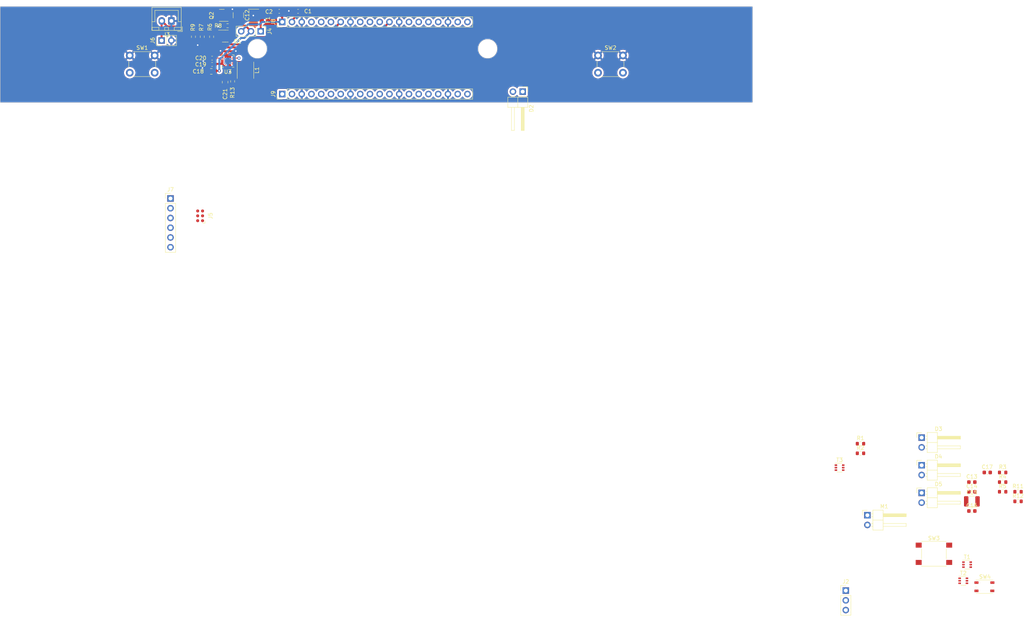
<source format=kicad_pcb>
(kicad_pcb (version 20221018) (generator pcbnew)
  (layers (0 "F.Cu" signal) (31 "B.Cu" signal) (34 "B.Paste" user) (35 "F.Paste" user) (36 "B.SilkS" user "B.Silkscreen") (37 "F.SilkS" user "F.Silkscreen") (38 "B.Mask" user) (39 "F.Mask" user) (44 "Edge.Cuts" user))
  (net 0 "")
  (net 1 "GND")
  (net 2 "Net-(Q2-S)")
  (net 3 "Net-(J2-Pin_2)")
  (net 4 "+3.3V")
  (net 5 "V_BAT")
  (net 6 "Net-(U3-SS{slash}TR)")
  (net 7 "Net-(D2-K)")
  (net 8 "Net-(D2-A)")
  (net 9 "Net-(D3-K)")
  (net 10 "Net-(D3-A)")
  (net 11 "IR_R_INSIDE")
  (net 12 "IR_R_OUTSIDE")
  (net 13 "Net-(J4-Pin_1)")
  (net 14 "VDD")
  (net 15 "SWDIO")
  (net 16 "Reset")
  (net 17 "SWDCLK")
  (net 18 "SWO")
  (net 19 "VBUS")
  (net 20 "/3V3_EN")
  (net 21 "/3V3")
  (net 22 "/ADC_VREF")
  (net 23 "/GP27_A1")
  (net 24 "/GP27_A0")
  (net 25 "/RUN")
  (net 26 "/GP21")
  (net 27 "/GP20")
  (net 28 "/GP19")
  (net 29 "/GP18")
  (net 30 "/GP17")
  (net 31 "/GP16")
  (net 32 "/GP1")
  (net 33 "/GP2")
  (net 34 "/GP3")
  (net 35 "/GP4")
  (net 36 "/GP5")
  (net 37 "/GP6")
  (net 38 "/GP7")
  (net 39 "/GP8")
  (net 40 "/GP9")
  (net 41 "/GP10")
  (net 42 "/GP11")
  (net 43 "/GP12")
  (net 44 "/GP13")
  (net 45 "/GP14")
  (net 46 "Net-(M1-+)")
  (net 47 "Net-(M1--)")
  (net 48 "BAT_MON_EN")
  (net 49 "Net-(Q1B-D)")
  (net 50 "Net-(Q1A-D)")
  (net 51 "Net-(R3-Pad1)")
  (net 52 "Net-(D1-BK)")
  (net 53 "Net-(R4-Pad1)")
  (net 54 "Net-(D1-GK)")
  (net 55 "Net-(R5-Pad1)")
  (net 56 "Net-(D1-RK)")
  (net 57 "BAT_MON")
  (net 58 "Net-(R12-Pad1)")
  (net 59 "Net-(U3-PG)")
  (net 60 "Gear")
  (net 61 "Cat+")
  (net 62 "Bootsel")
  (net 63 "LED_R")
  (net 64 "LED_G")
  (net 65 "LED_B")
  (net 66 "Net-(L1-Pad1)")
  (net 67 "Net-(R1-Pad1)")
  (net 68 "IR_T_INSIDE")
  (net 69 "IR_T_OUTSIDE")
  (footprint "Connector_PinHeader_2.54mm:PinHeader_1x02_P2.54mm_Vertical" (layer "F.Cu") (at 42.05 8.85 90)
    (fp_text reference "J6" (at 0 -2.33 90) (layer "F.SilkS"))
    (fp_text value "Conn_01x02")
    (pad "1" thru_hole rect (at 0 0 90) (size 1.7 1.7) (drill 1) (layers "*.Cu" "*.Mask") (net 14 "VDD"))
    (pad "2" thru_hole oval (at 0 2.54 90) (size 1.7 1.7) (drill 1) (layers "*.Cu" "*.Mask") (net 1 "GND"))
  )
  (footprint "Resistor_SMD:R_0603_1608Metric" (layer "F.Cu") (at 261.1625 121.39)
    (fp_text reference "R3" (at 0 -1.43) (layer "F.SilkS"))
    (fp_text value "68")
    (pad "1" smd roundrect (at -0.825 0) (size 0.8 0.95) (layers "F.Cu" "F.Paste" "F.Mask") (net 51 "Net-(R3-Pad1)"))
    (pad "2" smd roundrect (at 0.825 0) (size 0.8 0.95) (layers "F.Cu" "F.Paste" "F.Mask") (net 52 "Net-(D1-BK)"))
  )
  (footprint "Capacitor_SMD:C_0603_1608Metric" (layer "F.Cu") (at 253.1425 126.41)
    (fp_text reference "C14" (at 0 -1.43) (layer "F.SilkS"))
    (fp_text value "100n")
    (pad "1" smd roundrect (at -0.775 0) (size 0.9 0.95) (layers "F.Cu" "F.Paste" "F.Mask") (net 1 "GND"))
    (pad "2" smd roundrect (at 0.775 0) (size 0.9 0.95) (layers "F.Cu" "F.Paste" "F.Mask") (net 4 "+3.3V"))
  )
  (footprint "Button_Switch_SMD:SW_Push_1P1T_NO_Vertical_Wuerth_434133025816" (layer "F.Cu") (at 256.4125 151.16)
    (fp_text reference "SW4" (at 0.15 -2.6) (layer "F.SilkS"))
    (fp_text value "SW_Push")
    (pad "1" smd rect (at -2.075 -1.075) (size 1.05 0.65) (layers "F.Cu" "F.Paste" "F.Mask") (net 1 "GND"))
    (pad "1" smd rect (at 2.075 -1.075) (size 1.05 0.65) (layers "F.Cu" "F.Paste" "F.Mask") (net 1 "GND"))
    (pad "2" smd rect (at -2.075 1.075) (size 1.05 0.65) (layers "F.Cu" "F.Paste" "F.Mask") (net 62 "Bootsel"))
    (pad "2" smd rect (at 2.05 1.075) (size 1.05 0.65) (layers "F.Cu" "F.Paste" "F.Mask") (net 62 "Bootsel"))
  )
  (footprint "Package_TO_SOT_SMD:SOT-363_SC-70-6" (layer "F.Cu") (at 218.675 120.13)
    (fp_text reference "T3" (at 0 -2) (layer "F.SilkS"))
    (fp_text value "NX3008NBKS")
    (pad "1" smd rect (at -0.95 -0.65) (size 0.65 0.4) (layers "F.Cu" "F.Paste" "F.Mask") (net 1 "GND"))
    (pad "2" smd rect (at -0.95 0) (size 0.65 0.4) (layers "F.Cu" "F.Paste" "F.Mask") (net 68 "IR_T_INSIDE"))
    (pad "3" smd rect (at -0.95 0.65) (size 0.65 0.4) (layers "F.Cu" "F.Paste" "F.Mask") (net 67 "Net-(R1-Pad1)"))
    (pad "4" smd rect (at 0.95 0.65) (size 0.65 0.4) (layers "F.Cu" "F.Paste" "F.Mask") (net 1 "GND"))
    (pad "5" smd rect (at 0.95 0) (size 0.65 0.4) (layers "F.Cu" "F.Paste" "F.Mask") (net 69 "IR_T_OUTSIDE"))
    (pad "6" smd rect (at 0.95 -0.65) (size 0.65 0.4) (layers "F.Cu" "F.Paste" "F.Mask") (net 58 "Net-(R12-Pad1)"))
  )
  (footprint "Capacitor_SMD:C_0603_1608Metric" (layer "F.Cu") (at 55.2075 13.44 180)
    (fp_text reference "C20" (at 2.95 0) (layer "F.SilkS"))
    (fp_text value "3.3n")
    (pad "1" smd roundrect (at -0.775 0 180) (size 0.9 0.95) (layers "F.Cu" "F.Paste" "F.Mask") (net 6 "Net-(U3-SS{slash}TR)"))
    (pad "2" smd roundrect (at 0.775 0 180) (size 0.9 0.95) (layers "F.Cu" "F.Paste" "F.Mask") (net 1 "GND"))
  )
  (footprint "Package_TO_SOT_SMD:TSOT-23-6" (layer "F.Cu") (at 58.65 7.7)
    (fp_text reference "Q1" (at 3.2 1.4) (layer "F.SilkS"))
    (fp_text value "NX3008CBKS")
    (pad "1" smd roundrect (at -1.1375 -0.95) (size 1.325 0.6) (layers "F.Cu" "F.Paste" "F.Mask") (net 1 "GND"))
    (pad "2" smd roundrect (at -1.1375 0) (size 1.325 0.6) (layers "F.Cu" "F.Paste" "F.Mask") (net 48 "BAT_MON_EN"))
    (pad "3" smd roundrect (at -1.1375 0.95) (size 1.325 0.6) (layers "F.Cu" "F.Paste" "F.Mask") (net 49 "Net-(Q1B-D)"))
    (pad "4" smd roundrect (at 1.1375 0.95) (size 1.325 0.6) (layers "F.Cu" "F.Paste" "F.Mask") (net 5 "V_BAT"))
    (pad "5" smd roundrect (at 1.1375 0) (size 1.325 0.6) (layers "F.Cu" "F.Paste" "F.Mask") (net 50 "Net-(Q1A-D)"))
    (pad "6" smd roundrect (at 1.1375 -0.95) (size 1.325 0.6) (layers "F.Cu" "F.Paste" "F.Mask") (net 50 "Net-(Q1A-D)"))
  )
  (footprint "Package_TO_SOT_SMD:SOT-23" (layer "F.Cu") (at 57.7375 2.3 180)
    (fp_text reference "Q2" (at 2.6625 -0.05 90) (layer "F.SilkS"))
    (fp_text value "Q_PMOS_DGS")
    (pad "1" smd roundrect (at -0.9375 -0.95 180) (size 1.475 0.6) (layers "F.Cu" "F.Paste" "F.Mask") (net 14 "VDD"))
    (pad "2" smd roundrect (at -0.9375 0.95 180) (size 1.475 0.6) (layers "F.Cu" "F.Paste" "F.Mask") (net 1 "GND"))
    (pad "3" smd roundrect (at 0.9375 0 180) (size 1.475 0.6) (layers "F.Cu" "F.Paste" "F.Mask") (net 2 "Net-(Q2-S)"))
  )
  (footprint "Connector_PinHeader_2.54mm:PinHeader_1x20_P2.54mm_Vertical" (layer "F.Cu") (at 73.475 22.8 90)
    (fp_text reference "J9" (at 0 -2.33 90) (layer "F.SilkS"))
    (fp_text value "Conn_01x20")
    (pad "1" thru_hole rect (at 0 0 90) (size 1.7 1.7) (drill 1) (layers "*.Cu" "*.Mask") (net 60 "Gear"))
    (pad "2" thru_hole oval (at 0 2.54 90) (size 1.7 1.7) (drill 1) (layers "*.Cu" "*.Mask") (net 32 "/GP1"))
    (pad "3" thru_hole oval (at 0 5.08 90) (size 1.7 1.7) (drill 1) (layers "*.Cu" "*.Mask") (net 1 "GND"))
    (pad "4" thru_hole oval (at 0 7.62 90) (size 1.7 1.7) (drill 1) (layers "*.Cu" "*.Mask") (net 33 "/GP2"))
    (pad "5" thru_hole oval (at 0 10.16 90) (size 1.7 1.7) (drill 1) (layers "*.Cu" "*.Mask") (net 34 "/GP3"))
    (pad "6" thru_hole oval (at 0 12.7 90) (size 1.7 1.7) (drill 1) (layers "*.Cu" "*.Mask") (net 35 "/GP4"))
    (pad "7" thru_hole oval (at 0 15.24 90) (size 1.7 1.7) (drill 1) (layers "*.Cu" "*.Mask") (net 36 "/GP5"))
    (pad "8" thru_hole oval (at 0 17.78 90) (size 1.7 1.7) (drill 1) (layers "*.Cu" "*.Mask") (net 1 "GND"))
    (pad "9" thru_hole oval (at 0 20.32 90) (size 1.7 1.7) (drill 1) (layers "*.Cu" "*.Mask") (net 37 "/GP6"))
    (pad "10" thru_hole oval (at 0 22.86 90) (size 1.7 1.7) (drill 1) (layers "*.Cu" "*.Mask") (net 38 "/GP7"))
    (pad "11" thru_hole oval (at 0 25.4 90) (size 1.7 1.7) (drill 1) (layers "*.Cu" "*.Mask") (net 39 "/GP8"))
    (pad "12" thru_hole oval (at 0 27.94 90) (size 1.7 1.7) (drill 1) (layers "*.Cu" "*.Mask") (net 40 "/GP9"))
    (pad "13" thru_hole oval (at 0 30.48 90) (size 1.7 1.7) (drill 1) (layers "*.Cu" "*.Mask") (net 1 "GND"))
    (pad "14" thru_hole oval (at 0 33.02 90) (size 1.7 1.7) (drill 1) (layers "*.Cu" "*.Mask") (net 41 "/GP10"))
    (pad "15" thru_hole oval (at 0 35.56 90) (size 1.7 1.7) (drill 1) (layers "*.Cu" "*.Mask") (net 42 "/GP11"))
    (pad "16" thru_hole oval (at 0 38.1 90) (size 1.7 1.7) (drill 1) (layers "*.Cu" "*.Mask") (net 43 "/GP12"))
    (pad "17" thru_hole oval (at 0 40.64 90) (size 1.7 1.7) (drill 1) (layers "*.Cu" "*.Mask") (net 44 "/GP13"))
    (pad "18" thru_hole oval (at 0 43.18 90) (size 1.7 1.7) (drill 1) (layers "*.Cu" "*.Mask") (net 1 "GND"))
    (pad "19" thru_hole oval (at 0 45.72 90) (size 1.7 1.7) (drill 1) (layers "*.Cu" "*.Mask") (net 45 "/GP14"))
    (pad "20" thru_hole oval (at 0 48.26 90) (size 1.7 1.7) (drill 1) (layers "*.Cu" "*.Mask") (net 61 "Cat+"))
  )
  (footprint "Button_Switch_SMD:SW_Push_1P1T_NO_6x6mm_H9.5mm" (layer "F.Cu") (at 243.2625 142.575)
    (fp_text reference "SW3" (at 0 -4.05) (layer "F.SilkS"))
    (fp_text value "SW_Push")
    (pad "1" smd rect (at -3.975 -2.25) (size 1.55 1.3) (layers "F.Cu" "F.Paste" "F.Mask") (net 1 "GND"))
    (pad "1" smd rect (at 3.975 -2.25) (size 1.55 1.3) (layers "F.Cu" "F.Paste" "F.Mask") (net 1 "GND"))
    (pad "2" smd rect (at -3.975 2.25) (size 1.55 1.3) (layers "F.Cu" "F.Paste" "F.Mask") (net 16 "Reset"))
    (pad "2" smd rect (at 3.975 2.25) (size 1.55 1.3) (layers "F.Cu" "F.Paste" "F.Mask") (net 16 "Reset"))
  )
  (footprint "Capacitor_SMD:C_1210_3225Metric" (layer "F.Cu") (at 253.1425 128.92)
    (fp_text reference "C15" (at 0 -2.3) (layer "F.SilkS"))
    (fp_text value "100u")
    (pad "1" smd roundrect (at -1.475 0) (size 1.15 2.7) (layers "F.Cu" "F.Paste" "F.Mask") (roundrect_rratio 0.217391) (net 1 "GND"))
    (pad "2" smd roundrect (at 1.475 0) (size 1.15 2.7) (layers "F.Cu" "F.Paste" "F.Mask") (roundrect_rratio 0.217391) (net 3 "Net-(J2-Pin_2)"))
  )
  (footprint "Resistor_SMD:R_0603_1608Metric" (layer "F.Cu") (at 224.125 116.4)
    (fp_text reference "R2" (at 0 -1.43) (layer "F.SilkS"))
    (fp_text value "6.8")
    (pad "1" smd roundrect (at -0.825 0) (size 0.8 0.95) (layers "F.Cu" "F.Paste" "F.Mask") (net 58 "Net-(R12-Pad1)"))
    (pad "2" smd roundrect (at 0.825 0) (size 0.8 0.95) (layers "F.Cu" "F.Paste" "F.Mask") (net 9 "Net-(D3-K)"))
  )
  (footprint "Connector_PinHeader_2.54mm:PinHeader_1x02_P2.54mm_Horizontal" (layer "F.Cu") (at 240.0625 126.71)
    (fp_text reference "D5" (at 4.385 -2.27) (layer "F.SilkS"))
    (fp_text value "LED")
    (pad "1" thru_hole rect (at 0 0) (size 1.7 1.7) (drill 1) (layers "*.Cu" "*.Mask") (net 1 "GND"))
    (pad "2" thru_hole oval (at 0 2.54) (size 1.7 1.7) (drill 1) (layers "*.Cu" "*.Mask") (net 12 "IR_R_OUTSIDE"))
  )
  (footprint "Connector_JST:JST_XH_B2B-XH-A_1x02_P2.50mm_Vertical" (layer "F.Cu") (at 44.6 3.75 180)
    (fp_text reference "J3" (at 1.25 -3.55) (layer "F.SilkS"))
    (fp_text value "Battery pack")
    (pad "1" thru_hole roundrect (at 0 0 180) (size 1.7 2) (drill 1) (layers "*.Cu" "*.Mask") (roundrect_rratio 0.147059) (net 1 "GND"))
    (pad "2" thru_hole oval (at 2.5 0 180) (size 1.7 2) (drill 1) (layers "*.Cu" "*.Mask") (net 14 "VDD"))
  )
  (footprint "Package_TO_SOT_SMD:SOT-363_SC-70-6" (layer "F.Cu") (at 250.9125 149.61)
    (fp_text reference "T2" (at 0 -2) (layer "F.SilkS"))
    (fp_text value "NX3008NBKS")
    (pad "1" smd rect (at -0.95 -0.65) (size 0.65 0.4) (layers "F.Cu" "F.Paste" "F.Mask") (net 1 "GND"))
    (pad "2" smd rect (at -0.95 0) (size 0.65 0.4) (layers "F.Cu" "F.Paste" "F.Mask") (net 65 "LED_B"))
    (pad "3" smd rect (at -0.95 0.65) (size 0.65 0.4) (layers "F.Cu" "F.Paste" "F.Mask"))
    (pad "4" smd rect (at 0.95 0.65) (size 0.65 0.4) (layers "F.Cu" "F.Paste" "F.Mask"))
    (pad "5" smd rect (at 0.95 0) (size 0.65 0.4) (layers "F.Cu" "F.Paste" "F.Mask"))
    (pad "6" smd rect (at 0.95 -0.65) (size 0.65 0.4) (layers "F.Cu" "F.Paste" "F.Mask") (net 55 "Net-(R5-Pad1)"))
  )
  (footprint "Connector_PinHeader_2.54mm:PinHeader_1x03_P2.54mm_Vertical" (layer "F.Cu") (at 67.875 6.45 -90)
    (fp_text reference "J4" (at 0 -2.33 90) (layer "F.SilkS"))
    (fp_text value "Conn_01x03_Socket")
    (pad "1" thru_hole rect (at 0 0 270) (size 1.7 1.7) (drill 1) (layers "*.Cu" "*.Mask") (net 13 "Net-(J4-Pin_1)"))
    (pad "2" thru_hole oval (at 0 2.54 270) (size 1.7 1.7) (drill 1) (layers "*.Cu" "*.Mask") (net 5 "V_BAT"))
    (pad "3" thru_hole oval (at 0 5.08 270) (size 1.7 1.7) (drill 1) (layers "*.Cu" "*.Mask") (net 19 "VBUS"))
  )
  (footprint "Connector_PinHeader_2.54mm:PinHeader_1x02_P2.54mm_Horizontal" (layer "F.Cu") (at 225.925 132.525)
    (fp_text reference "M1" (at 4.385 -2.27) (layer "F.SilkS"))
    (fp_text value "Motor_DC")
    (pad "1" thru_hole rect (at 0 0) (size 1.7 1.7) (drill 1) (layers "*.Cu" "*.Mask") (net 46 "Net-(M1-+)"))
    (pad "2" thru_hole oval (at 0 2.54) (size 1.7 1.7) (drill 1) (layers "*.Cu" "*.Mask") (net 47 "Net-(M1--)"))
  )
  (footprint "Resistor_SMD:R_0603_1608Metric" (layer "F.Cu") (at 261.1625 123.9)
    (fp_text reference "R4" (at 0 -1.43) (layer "F.SilkS"))
    (fp_text value "22")
    (pad "1" smd roundrect (at -0.825 0) (size 0.8 0.95) (layers "F.Cu" "F.Paste" "F.Mask") (net 53 "Net-(R4-Pad1)"))
    (pad "2" smd roundrect (at 0.825 0) (size 0.8 0.95) (layers "F.Cu" "F.Paste" "F.Mask") (net 54 "Net-(D1-GK)"))
  )
  (footprint "Capacitor_SMD:C_0603_1608Metric" (layer "F.Cu") (at 77.6 1.25)
    (fp_text reference "C1" (at 2.58 -0.02) (layer "F.SilkS"))
    (fp_text value "100n")
    (pad "1" smd roundrect (at -0.775 0) (size 0.9 0.95) (layers "F.Cu" "F.Paste" "F.Mask") (net 1 "GND"))
    (pad "2" smd roundrect (at 0.775 0) (size 0.9 0.95) (layers "F.Cu" "F.Paste" "F.Mask") (net 4 "+3.3V"))
  )
  (footprint "Resistor_SMD:R_0603_1608Metric" (layer "F.Cu") (at 59.25 5 180)
    (fp_text reference "R8" (at 2.475 0) (layer "F.SilkS"))
    (fp_text value "1meg")
    (pad "1" smd roundrect (at -0.825 0 180) (size 0.8 0.95) (layers "F.Cu" "F.Paste" "F.Mask") (net 5 "V_BAT"))
    (pad "2" smd roundrect (at 0.825 0 180) (size 0.8 0.95) (layers "F.Cu" "F.Paste" "F.Mask") (net 50 "Net-(Q1A-D)"))
  )
  (footprint "Button_Switch_THT:SW_PUSH_6mm_H4.3mm" (layer "F.Cu") (at 33.75 12.75)
    (fp_text reference "SW1" (at 3.25 -2) (layer "F.SilkS"))
    (fp_text value "SW_Push")
    (pad "1" thru_hole circle (at 0 0 90) (size 2 2) (drill 1.1) (layers "*.Cu" "*.Mask") (net 1 "GND"))
    (pad "1" thru_hole circle (at 6.5 0 90) (size 2 2) (drill 1.1) (layers "*.Cu" "*.Mask") (net 1 "GND"))
    (pad "2" thru_hole circle (at 0 4.5 90) (size 2 2) (drill 1.1) (layers "*.Cu" "*.Mask") (net 60 "Gear"))
    (pad "2" thru_hole circle (at 6.5 4.5 90) (size 2 2) (drill 1.1) (layers "*.Cu" "*.Mask") (net 60 "Gear"))
  )
  (footprint "Package_TO_SOT_SMD:SOT-363_SC-70-6" (layer "F.Cu") (at 251.9 145.4)
    (fp_text reference "T1" (at 0 -2) (layer "F.SilkS"))
    (fp_text value "NX3008NBKS")
    (pad "1" smd rect (at -0.95 -0.65) (size 0.65 0.4) (layers "F.Cu" "F.Paste" "F.Mask") (net 1 "GND"))
    (pad "2" smd rect (at -0.95 0) (size 0.65 0.4) (layers "F.Cu" "F.Paste" "F.Mask") (net 63 "LED_R"))
    (pad "3" smd rect (at -0.95 0.65) (size 0.65 0.4) (layers "F.Cu" "F.Paste" "F.Mask") (net 53 "Net-(R4-Pad1)"))
    (pad "4" smd rect (at 0.95 0.65) (size 0.65 0.4) (layers "F.Cu" "F.Paste" "F.Mask") (net 1 "GND"))
    (pad "5" smd rect (at 0.95 0) (size 0.65 0.4) (layers "F.Cu" "F.Paste" "F.Mask") (net 64 "LED_G"))
    (pad "6" smd rect (at 0.95 -0.65) (size 0.65 0.4) (layers "F.Cu" "F.Paste" "F.Mask") (net 51 "Net-(R3-Pad1)"))
  )
  (footprint "Resistor_SMD:R_0603_1608Metric" (layer "F.Cu") (at 265.1725 126.41)
    (fp_text reference "R11" (at 0 -1.43) (layer "F.SilkS"))
    (fp_text value "6.8")
    (pad "1" smd roundrect (at -0.825 0) (size 0.8 0.95) (layers "F.Cu" "F.Paste" "F.Mask") (net 67 "Net-(R1-Pad1)"))
    (pad "2" smd roundrect (at 0.825 0) (size 0.8 0.95) (layers "F.Cu" "F.Paste" "F.Mask") (net 7 "Net-(D2-K)"))
  )
  (footprint "Connector:Tag-Connect_TC2030-IDC-NL_2x03_P1.27mm_Vertical" (layer "F.Cu") (at 52.085 54.53 90)
    (fp_text reference "J5" (at 0 2.7 90) (layer "F.SilkS"))
    (fp_text value "Conn_ARM_SWD_TagConnect_TC2030-NL")
    (pad "" np_thru_hole circle (at -2.54 0 90) (size 0.9906 0.9906) (drill 0.9906) (layers "*.Cu" "*.Mask"))
    (pad "" np_thru_hole circle (at 2.54 -1.016 90) (size 0.9906 0.9906) (drill 0.9906) (layers "*.Cu" "*.Mask"))
    (pad "" np_thru_hole circle (at 2.54 1.016 90) (size 0.9906 0.9906) (drill 0.9906) (layers "*.Cu" "*.Mask"))
    (pad "1" connect circle (at -1.27 0.635 90) (size 0.7874 0.7874) (layers "F.Cu" "F.Mask") (net 4 "+3.3V"))
    (pad "2" connect circle (at -1.27 -0.635 90) (size 0.7874 0.7874) (layers "F.Cu" "F.Mask") (net 15 "SWDIO"))
    (pad "3" connect circle (at 0 0.635 90) (size 0.7874 0.7874) (layers "F.Cu" "F.Mask") (net 16 "Reset"))
    (pad "4" connect circle (at 0 -0.635 90) (size 0.7874 0.7874) (layers "F.Cu" "F.Mask") (net 17 "SWDCLK"))
    (pad "5" connect circle (at 1.27 0.635 90) (size 0.7874 0.7874) (layers "F.Cu" "F.Mask") (net 1 "GND"))
    (pad "6" connect circle (at 1.27 -0.635 90) (size 0.7874 0.7874) (layers "F.Cu" "F.Mask") (net 18 "SWO"))
    (zone (net 0) (net_name "") (layer "F.Cu") (connect_pads (clearance 0)) (min_thickness 0.254)
      (keepout (tracks allowed) (vias not_allowed) (pads allowed) (copperpour not_allowed) (footprints not_allowed))
      (fill (thermal_gap 0.508) (thermal_bridge_width 0.508))
      (polygon (pts (xy 51.45 53.26) (xy 51.45 55.8) (xy 52.72 55.8) (xy 52.72 53.26)))
    )
  )
  (footprint "Capacitor_SMD:C_0805_2012Metric" (layer "F.Cu") (at 58.6 19.7 90)
    (fp_text reference "C21" (at -3.1 0 90) (layer "F.SilkS"))
    (fp_text value "22u")
    (pad "1" smd roundrect (at -0.95 0 90) (size 1 1.45) (layers "F.Cu" "F.Paste" "F.Mask") (net 1 "GND"))
    (pad "2" smd roundrect (at 0.95 0 90) (size 1 1.45) (layers "F.Cu" "F.Paste" "F.Mask") (net 4 "+3.3V"))
  )
  (footprint "Connector_PinHeader_2.54mm:PinHeader_1x20_P2.54mm_Vertical" (layer "F.Cu") (at 73.475 4.02 90)
    (fp_text reference "J8" (at 0 -2.33 90) (layer "F.SilkS"))
    (fp_text value "Conn_01x20")
    (pad "1" thru_hole rect (at 0 0 90) (size 1.7 1.7) (drill 1) (layers "*.Cu" "*.Mask") (net 19 "VBUS"))
    (pad "2" thru_hole oval (at 0 2.54 90) (size 1.7 1.7) (drill 1) (layers "*.Cu" "*.Mask") (net 4 "+3.3V"))
    (pad "3" thru_hole oval (at 0 5.08 90) (size 1.7 1.7) (drill 1) (layers "*.Cu" "*.Mask") (net 1 "GND"))
    (pad "4" thru_hole oval (at 0 7.62 90) (size 1.7 1.7) (drill 1) (layers "*.Cu" "*.Mask") (net 20 "/3V3_EN"))
    (pad "5" thru_hole oval (at 0 10.16 90) (size 1.7 1.7) (drill 1) (layers "*.Cu" "*.Mask") (net 21 "/3V3"))
    (pad "6" thru_hole oval (at 0 12.7 90) (size 1.7 1.7) (drill 1) (layers "*.Cu" "*.Mask") (net 22 "/ADC_VREF"))
    (pad "7" thru_hole oval (at 0 15.24 90) (size 1.7 1.7) (drill 1) (layers "*.Cu" "*.Mask") (net 57 "BAT_MON"))
    (pad "8" thru_hole oval (at 0 17.78 90) (size 1.7 1.7) (drill 1) (layers "*.Cu" "*.Mask") (net 1 "GND"))
    (pad "9" thru_hole oval (at 0 20.32 90) (size 1.7 1.7) (drill 1) (layers "*.Cu" "*.Mask") (net 23 "/GP27_A1"))
    (pad "10" thru_hole oval (at 0 22.86 90) (size 1.7 1.7) (drill 1) (layers "*.Cu" "*.Mask") (net 24 "/GP27_A0"))
    (pad "11" thru_hole oval (at 0 25.4 90) (size 1.7 1.7) (drill 1) (layers "*.Cu" "*.Mask") (net 25 "/RUN"))
    (pad "12" thru_hole oval (at 0 27.94 90) (size 1.7 1.7) (drill 1) (layers "*.Cu" "*.Mask") (net 48 "BAT_MON_EN"))
    (pad "13" thru_hole oval (at 0 30.48 90) (size 1.7 1.7) (drill 1) (layers "*.Cu" "*.Mask") (net 1 "GND"))
    (pad "14" thru_hole oval (at 0 33.02 90) (size 1.7 1.7) (drill 1) (layers "*.Cu" "*.Mask") (net 26 "/GP21"))
    (pad "15" thru_hole oval (at 0 35.56 90) (size 1.7 1.7) (drill 1) (layers "*.Cu" "*.Mask") (net 27 "/GP20"))
    (pad "16" thru_hole oval (at 0 38.1 90) (size 1.7 1.7) (drill 1) (layers "*.Cu" "*.Mask") (net 28 "/GP19"))
    (pad "17" thru_hole oval (at 0 40.64 90) (size 1.7 1.7) (drill 1) (layers "*.Cu" "*.Mask") (net 29 "/GP18"))
    (pad "18" thru_hole oval (at 0 43.18 90) (size 1.7 1.7) (drill 1) (layers "*.Cu" "*.Mask") (net 1 "GND"))
    (pad "19" thru_hole oval (at 0 45.72 90) (size 1.7 1.7) (drill 1) (layers "*.Cu" "*.Mask") (net 30 "/GP17"))
    (pad "20" thru_hole oval (at 0 48.26 90) (size 1.7 1.7) (drill 1) (layers "*.Cu" "*.Mask") (net 31 "/GP16"))
  )
  (footprint "Resistor_SMD:R_0603_1608Metric" (layer "F.Cu") (at 265.1725 128.92)
    (fp_text reference "R12" (at 0 -1.43) (layer "F.SilkS"))
    (fp_text value "6.8")
    (pad "1" smd roundrect (at -0.825 0) (size 0.8 0.95) (layers "F.Cu" "F.Paste" "F.Mask") (net 58 "Net-(R12-Pad1)"))
    (pad "2" smd roundrect (at 0.825 0) (size 0.8 0.95) (layers "F.Cu" "F.Paste" "F.Mask") (net 9 "Net-(D3-K)"))
  )
  (footprint "Connector_PinHeader_2.54mm:PinHeader_1x03_P2.54mm_Vertical" (layer "F.Cu") (at 220.3 152.16)
    (fp_text reference "J2" (at 0 -2.33) (layer "F.SilkS"))
    (fp_text value "Conn_01x03")
    (pad "1" thru_hole rect (at 0 0) (size 1.7 1.7) (drill 1) (layers "*.Cu" "*.Mask") (net 14 "VDD"))
    (pad "2" thru_hole oval (at 0 2.54) (size 1.7 1.7) (drill 1) (layers "*.Cu" "*.Mask") (net 3 "Net-(J2-Pin_2)"))
    (pad "3" thru_hole oval (at 0 5.08) (size 1.7 1.7) (drill 1) (layers "*.Cu" "*.Mask") (net 4 "+3.3V"))
  )
  (footprint "Capacitor_SMD:C_1210_3225Metric" (layer "F.Cu") (at 62.05 2.275 -90)
    (fp_text reference "C12" (at 0 -2.3 -90) (layer "F.SilkS"))
    (fp_text value "100u")
    (pad "1" smd roundrect (at -1.475 0 270) (size 1.15 2.7) (layers "F.Cu" "F.Paste" "F.Mask") (roundrect_rratio 0.217391) (net 1 "GND"))
    (pad "2" smd roundrect (at 1.475 0 270) (size 1.15 2.7) (layers "F.Cu" "F.Paste" "F.Mask") (roundrect_rratio 0.217391) (net 2 "Net-(Q2-S)"))
  )
  (footprint "Capacitor_SMD:C_0603_1608Metric" (layer "F.Cu") (at 257.1525 121.39)
    (fp_text reference "C17" (at 0 -1.43) (layer "F.SilkS"))
    (fp_text value "1u")
    (pad "1" smd roundrect (at -0.775 0) (size 0.9 0.95) (layers "F.Cu" "F.Paste" "F.Mask") (net 1 "GND"))
    (pad "2" smd roundrect (at 0.775 0) (size 0.9 0.95) (layers "F.Cu" "F.Paste" "F.Mask") (net 4 "+3.3V"))
  )
  (footprint "Connector_PinHeader_2.54mm:PinHeader_1x06_P2.54mm_Vertical" (layer "F.Cu") (at 44.369 50.01)
    (fp_text reference "J7" (at 0 -2.33) (layer "F.SilkS"))
    (fp_text value "Conn_01x06")
    (pad "1" thru_hole rect (at 0 0) (size 1.7 1.7) (drill 1) (layers "*.Cu" "*.Mask") (net 1 "GND"))
    (pad "2" thru_hole oval (at 0 2.54) (size 1.7 1.7) (drill 1) (layers "*.Cu" "*.Mask") (net 15 "SWDIO"))
    (pad "3" thru_hole oval (at 0 5.08) (size 1.7 1.7) (drill 1) (layers "*.Cu" "*.Mask") (net 17 "SWDCLK"))
    (pad "4" thru_hole oval (at 0 7.62) (size 1.7 1.7) (drill 1) (layers "*.Cu" "*.Mask") (net 18 "SWO"))
    (pad "5" thru_hole oval (at 0 10.16) (size 1.7 1.7) (drill 1) (layers "*.Cu" "*.Mask") (net 16 "Reset"))
    (pad "6" thru_hole oval (at 0 12.7) (size 1.7 1.7) (drill 1) (layers "*.Cu" "*.Mask") (net 4 "+3.3V"))
  )
  (footprint "Fuse:Fuse_1812_4532Metric" (layer "F.Cu") (at 66 2.4 180)
    (fp_text reference "F1" (at -3.7225 -1.1 90) (layer "F.SilkS"))
    (fp_text value "Polyfuse")
    (pad "1" smd roundrect (at -2.1375 0 180) (size 1.125 3.4) (layers "F.Cu" "F.Paste" "F.Mask") (roundrect_rratio 0.222222) (net 13 "Net-(J4-Pin_1)"))
    (pad "2" smd roundrect (at 2.1375 0 180) (size 1.125 3.4) (layers "F.Cu" "F.Paste" "F.Mask") (roundrect_rratio 0.222222) (net 2 "Net-(Q2-S)"))
  )
  (footprint "Capacitor_SMD:C_0603_1608Metric" (layer "F.Cu") (at 72.7 1.25 180)
    (fp_text reference "C2" (at 2.675 -0.1) (layer "F.SilkS"))
    (fp_text value "100n")
    (pad "1" smd roundrect (at -0.775 0 180) (size 0.9 0.95) (layers "F.Cu" "F.Paste" "F.Mask") (net 1 "GND"))
    (pad "2" smd roundrect (at 0.775 0 180) (size 0.9 0.95) (layers "F.Cu" "F.Paste" "F.Mask") (net 19 "VBUS"))
  )
  (footprint "Resistor_SMD:R_0603_1608Metric" (layer "F.Cu") (at 50.35 7.875 -90)
    (fp_text reference "R9" (at -2.425 0.15 90) (layer "F.SilkS"))
    (fp_text value "1meg")
    (pad "1" smd roundrect (at -0.825 0 270) (size 0.8 0.95) (layers "F.Cu" "F.Paste" "F.Mask") (net 48 "BAT_MON_EN"))
    (pad "2" smd roundrect (at 0.825 0 270) (size 0.8 0.95) (layers "F.Cu" "F.Paste" "F.Mask") (net 1 "GND"))
  )
  (footprint "Capacitor_SMD:C_0603_1608Metric" (layer "F.Cu") (at 253.1425 131.43)
    (fp_text reference "C16" (at 0 -1.43) (layer "F.SilkS"))
    (fp_text value "1u")
    (pad "1" smd roundrect (at -0.775 0) (size 0.9 0.95) (layers "F.Cu" "F.Paste" "F.Mask") (net 1 "GND"))
    (pad "2" smd roundrect (at 0.775 0) (size 0.9 0.95) (layers "F.Cu" "F.Paste" "F.Mask") (net 4 "+3.3V"))
  )
  (footprint "Connector_PinHeader_2.54mm:PinHeader_1x02_P2.54mm_Horizontal" (layer "F.Cu") (at 240.0625 119.51)
    (fp_text reference "D4" (at 4.385 -2.27) (layer "F.SilkS"))
    (fp_text value "LED")
    (pad "1" thru_hole rect (at 0 0) (size 1.7 1.7) (drill 1) (layers "*.Cu" "*.Mask") (net 1 "GND"))
    (pad "2" thru_hole oval (at 0 2.54) (size 1.7 1.7) (drill 1) (layers "*.Cu" "*.Mask") (net 11 "IR_R_INSIDE"))
  )
  (footprint "Connector_PinHeader_2.54mm:PinHeader_1x02_P2.54mm_Horizontal" (layer "F.Cu") (at 136.125 22.175 -90)
    (fp_text reference "D2" (at 4.385 -2.27 90) (layer "F.SilkS"))
    (fp_text value "IR-LED")
    (pad "1" thru_hole rect (at 0 0 270) (size 1.7 1.7) (drill 1) (layers "*.Cu" "*.Mask") (net 7 "Net-(D2-K)"))
    (pad "2" thru_hole oval (at 0 2.54 270) (size 1.7 1.7) (drill 1) (layers "*.Cu" "*.Mask") (net 8 "Net-(D2-A)"))
  )
  (footprint "Capacitor_SMD:C_0603_1608Metric" (layer "F.Cu") (at 55.2075 15.09)
    (fp_text reference "C19" (at -2.975 0) (layer "F.SilkS"))
    (fp_text value "100n")
    (pad "1" smd roundrect (at -0.775 0) (size 0.9 0.95) (layers "F.Cu" "F.Paste" "F.Mask") (net 1 "GND"))
    (pad "2" smd roundrect (at 0.775 0) (size 0.9 0.95) (layers "F.Cu" "F.Paste" "F.Mask") (net 5 "V_BAT"))
  )
  (footprint "Resistor_SMD:R_0603_1608Metric" (layer "F.Cu") (at 52.65 7.875 -90)
    (fp_text reference "R7" (at -2.425 0.25 90) (layer "F.SilkS"))
    (fp_text value "220k")
    (pad "1" smd roundrect (at -0.825 0 270) (size 0.8 0.95) (layers "F.Cu" "F.Paste" "F.Mask") (net 57 "BAT_MON"))
    (pad "2" smd roundrect (at 0.825 0 270) (size 0.8 0.95) (layers "F.Cu" "F.Paste" "F.Mask") (net 1 "GND"))
  )
  (footprint "Resistor_SMD:R_0603_1608Metric" (layer "F.Cu") (at 261.1625 126.41)
    (fp_text reference "R5" (at 0 -1.43) (layer "F.SilkS"))
    (fp_text value "10")
    (pad "1" smd roundrect (at -0.825 0) (size 0.8 0.95) (layers "F.Cu" "F.Paste" "F.Mask") (net 55 "Net-(R5-Pad1)"))
    (pad "2" smd roundrect (at 0.825 0) (size 0.8 0.95) (layers "F.Cu" "F.Paste" "F.Mask") (net 56 "Net-(D1-RK)"))
  )
  (footprint "Package_DFN_QFN:VQFN-16-1EP_3x3mm_P0.5mm_EP1.68x1.68mm_ThermalVias" (layer "F.Cu") (at 59.32 14.19 180)
    (fp_text reference "U3" (at 0 -2.82) (layer "F.SilkS"))
    (fp_text value "TPS62132")
    (pad "1" smd roundrect (at -1.4625 -0.75 180) (size 0.825 0.25) (layers "F.Cu" "F.Paste" "F.Mask") (net 66 "Net-(L1-Pad1)"))
    (pad "2" smd roundrect (at -1.4625 -0.25 180) (size 0.825 0.25) (layers "F.Cu" "F.Paste" "F.Mask") (net 66 "Net-(L1-Pad1)"))
    (pad "3" smd roundrect (at -1.4625 0.25 180) (size 0.825 0.25) (layers "F.Cu" "F.Paste" "F.Mask") (net 66 "Net-(L1-Pad1)"))
    (pad "4" smd roundrect (at -1.4625 0.75 180) (size 0.825 0.25) (layers "F.Cu" "F.Paste" "F.Mask") (net 59 "Net-(U3-PG)"))
    (pad "5" smd roundrect (at -0.75 1.4625 180) (size 0.25 0.825) (layers "F.Cu" "F.Paste" "F.Mask") (net 1 "GND"))
    (pad "6" smd roundrect (at -0.25 1.4625 180) (size 0.25 0.825) (layers "F.Cu" "F.Paste" "F.Mask") (net 1 "GND"))
    (pad "7" smd roundrect (at 0.25 1.4625 180) (size 0.25 0.825) (layers "F.Cu" "F.Paste" "F.Mask") (net 1 "GND"))
    (pad "8" smd roundrect (at 0.75 1.4625 180) (size 0.25 0.825) (layers "F.Cu" "F.Paste" "F.Mask") (net 1 "GND"))
    (pad "9" smd roundrect (at 1.4625 0.75 180) (size 0.825 0.25) (layers "F.Cu" "F.Paste" "F.Mask") (net 6 "Net-(U3-SS{slash}TR)"))
    (pad "10" smd roundrect (at 1.4625 0.25 180) (size 0.825 0.25) (layers "F.Cu" "F.Paste" "F.Mask") (net 5 "V_BAT"))
    (pad "11" smd roundrect (at 1.4625 -0.25 180) (size 0.825 0.25) (layers "F.Cu" "F.Paste" "F.Mask") (net 5 "V_BAT"))
    (pad "12" smd roundrect (at 1.4625 -0.75 180) (size 0.825 0.25) (layers "F.Cu" "F.Paste" "F.Mask") (net 5 "V_BAT"))
    (pad "13" smd roundrect (at 0.75 -1.4625 180) (size 0.25 0.825) (layers "F.Cu" "F.Paste" "F.Mask") (net 5 "V_BAT"))
    (pad "14" smd roundrect (at 0.25 -1.4625 180) (size 0.25 0.825) (layers "F.Cu" "F.Paste" "F.Mask") (net 4 "+3.3V"))
    (pad "15" smd roundrect (at -0.25 -1.4625 180) (size 0.25 0.825) (layers "F.Cu" "F.Paste" "F.Mask") (net 1 "GND"))
    (pad "16" smd roundrect (at -0.75 -1.4625 180) (size 0.25 0.825) (layers "F.Cu" "F.Paste" "F.Mask") (net 1 "GND"))
    (pad "17" thru_hole circle (at -0.59 -0.59 180) (size 0.5 0.5) (drill 0.2) (layers "*.Cu") (net 1 "GND"))
    (pad "17" thru_hole circle (at -0.59 0.59 180) (size 0.5 0.5) (drill 0.2) (layers "*.Cu") (net 1 "GND"))
    (pad "17" smd rect (at 0 0 180) (size 1.68 1.68) (layers "F.Cu" "F.Mask") (net 1 "GND"))
    (pad "17" smd rect (at 0 0 180) (size 1.68 1.68) (layers "B.Cu") (net 1 "GND"))
    (pad "17" thru_hole circle (at 0.59 -0.59 180) (size 0.5 0.5) (drill 0.2) (layers "*.Cu") (net 1 "GND"))
    (pad "17" thru_hole circle (at 0.59 0.59 180) (size 0.5 0.5) (drill 0.2) (layers "*.Cu") (net 1 "GND"))
  )
  (footprint "Connector_PinHeader_2.54mm:PinHeader_1x02_P2.54mm_Horizontal" (layer "F.Cu") (at 240.0625 112.31)
    (fp_text reference "D3" (at 4.385 -2.27) (layer "F.SilkS"))
    (fp_text value "IR-LED")
    (pad "1" thru_hole rect (at 0 0) (size 1.7 1.7) (drill 1) (layers "*.Cu" "*.Mask") (net 9 "Net-(D3-K)"))
    (pad "2" thru_hole oval (at 0 2.54) (size 1.7 1.7) (drill 1) (layers "*.Cu" "*.Mask") (net 10 "Net-(D3-A)"))
  )
  (footprint "Inductor_SMD:L_Coilcraft_XxL4020" (layer "F.Cu") (at 63.9 16.6 -90)
    (fp_text reference "L1" (at 0 -3 90) (layer "F.SilkS"))
    (fp_text value "2.2u")
    (pad "1" smd rect (at -1.185 0 270) (size 0.98 3.4) (layers "F.Cu" "F.Paste" "F.Mask") (net 66 "Net-(L1-Pad1)"))
    (pad "2" smd rect (at 1.185 0 270) (size 0.98 3.4) (layers "F.Cu" "F.Paste" "F.Mask") (net 4 "+3.3V"))
  )
  (footprint "Resistor_SMD:R_0603_1608Metric" (layer "F.Cu") (at 224.125 113.89)
    (fp_text reference "R1" (at 0 -1.43) (layer "F.SilkS"))
    (fp_text value "6.8")
    (pad "1" smd roundrect (at -0.825 0) (size 0.8 0.95) (layers "F.Cu" "F.Paste" "F.Mask") (net 67 "Net-(R1-Pad1)"))
    (pad "2" smd roundrect (at 0.825 0) (size 0.8 0.95) (layers "F.Cu" "F.Paste" "F.Mask") (net 7 "Net-(D2-K)"))
  )
  (footprint "Capacitor_SMD:C_0603_1608Metric" (layer "F.Cu") (at 253.1425 123.9)
    (fp_text reference "C13" (at 0 -1.43) (layer "F.SilkS"))
    (fp_text value "100n")
    (pad "1" smd roundrect (at -0.775 0) (size 0.9 0.95) (layers "F.Cu" "F.Paste" "F.Mask") (net 1 "GND"))
    (pad "2" smd roundrect (at 0.775 0) (size 0.9 0.95) (layers "F.Cu" "F.Paste" "F.Mask") (net 3 "Net-(J2-Pin_2)"))
  )
  (footprint "Button_Switch_THT:SW_PUSH_6mm_H4.3mm" (layer "F.Cu") (at 155.75 12.75)
    (fp_text reference "SW2" (at 3.25 -2) (layer "F.SilkS"))
    (fp_text value "SW_Push")
    (pad "1" thru_hole circle (at 0 0 90) (size 2 2) (drill 1.1) (layers "*.Cu" "*.Mask") (net 1 "GND"))
    (pad "1" thru_hole circle (at 6.5 0 90) (size 2 2) (drill 1.1) (layers "*.Cu" "*.Mask") (net 1 "GND"))
    (pad "2" thru_hole circle (at 0 4.5 90) (size 2 2) (drill 1.1) (layers "*.Cu" "*.Mask") (net 61 "Cat+"))
    (pad "2" thru_hole circle (at 6.5 4.5 90) (size 2 2) (drill 1.1) (layers "*.Cu" "*.Mask") (net 61 "Cat+"))
  )
  (footprint "Resistor_SMD:R_0603_1608Metric" (layer "F.Cu") (at 55.075 7.875 90)
    (fp_text reference "R6" (at 2.5 -0.45 90) (layer "F.SilkS"))
    (fp_text value "330k")
    (pad "1" smd roundrect (at -0.825 0 90) (size 0.8 0.95) (layers "F.Cu" "F.Paste" "F.Mask") (net 49 "Net-(Q1B-D)"))
    (pad "2" smd roundrect (at 0.825 0 90) (size 0.8 0.95) (layers "F.Cu" "F.Paste" "F.Mask") (net 57 "BAT_MON"))
  )
  (footprint "Resistor_SMD:R_0603_1608Metric" (layer "F.Cu") (at 60.55 19.5 90)
    (fp_text reference "R13" (at -2.95 -0.05 90) (layer "F.SilkS"))
    (fp_text value "100k")
    (pad "1" smd roundrect (at -0.825 0 90) (size 0.8 0.95) (layers "F.Cu" "F.Paste" "F.Mask") (net 59 "Net-(U3-PG)"))
    (pad "2" smd roundrect (at 0.825 0 90) (size 0.8 0.95) (layers "F.Cu" "F.Paste" "F.Mask") (net 4 "+3.3V"))
  )
  (footprint "Capacitor_SMD:C_0805_2012Metric" (layer "F.Cu") (at 55 16.9)
    (fp_text reference "C18" (at -3.4 0) (layer "F.SilkS"))
    (fp_text value "10u")
    (pad "1" smd roundrect (at -0.95 0) (size 1 1.45) (layers "F.Cu" "F.Paste" "F.Mask") (net 1 "GND"))
    (pad "2" smd roundrect (at 0.95 0) (size 1 1.45) (layers "F.Cu" "F.Paste" "F.Mask") (net 5 "V_BAT"))
  )
  (gr_circle (center 127 11) (end 129.5 11) (stroke (width 0.1)) (fill none) (layer "Edge.Cuts"))
  (gr_circle (center 67 11) (end 69.5 11) (stroke (width 0.1)) (fill none) (layer "Edge.Cuts"))
  (gr_rect (start 0 0) (end 196 25) (stroke (width 0.1)) (fill none) (layer "Edge.Cuts"))
  (segment (start 59.57 15.6525) (end 59.57 15.12) (width 0.3) (layer "F.Cu") (net 1))
  (segment (start 60.07 15.6525) (end 59.91 15.4925) (width 0.3) (layer "F.Cu") (net 1))
  (segment (start 60.07 12.7275) (end 59.3075 12.7275) (width 0.5) (layer "F.Cu") (net 1))
  (segment (start 60.07 15.6525) (end 60.07 16.7775) (width 0.3) (layer "F.Cu") (net 1))
  (segment (start 59.32 12.74) (end 59.3075 12.7275) (width 0.5) (layer "F.Cu") (net 1))
  (segment (start 59.91 13.6) (end 59.91 13.0675) (width 0.5) (layer "F.Cu") (net 1))
  (segment (start 58.73 13.6) (end 58.73 13.0675) (width 0.5) (layer "F.Cu") (net 1))
  (segment (start 59.57 15.12) (end 59.91 14.78) (width 0.3) (layer "F.Cu") (net 1))
  (segment (start 59.3075 12.7275) (end 58.57 12.7275) (width 0.5) (layer "F.Cu") (net 1))
  (segment (start 59.91 15.4925) (end 59.91 14.78) (width 0.3) (layer "F.Cu") (net 1))
  (segment (start 59.32 14.19) (end 59.32 12.74) (width 0.5) (layer "F.Cu") (net 1))
  (segment (start 59.57 15.6525) (end 59.57 16.8025) (width 0.3) (layer "F.Cu") (net 1))
  (segment (start 58.73 13.0675) (end 59.07 12.7275) (width 0.5) (layer "F.Cu") (net 1))
  (segment (start 59.57 16.8025) (end 59.8075 17.04) (width 0.3) (layer "F.Cu") (net 1))
  (segment (start 60.07 16.7775) (end 59.8075 17.04) (width 0.3) (layer "F.Cu") (net 1))
  (segment (start 59.91 13.0675) (end 59.57 12.7275) (width 0.5) (layer "F.Cu") (net 1))
  (via (at 56.8 5.2) (size 0.8) (drill 0.4) (layers "F.Cu" "B.Cu") (net 1))
  (via (at 52.9 14.2) (size 0.8) (drill 0.4) (layers "F.Cu" "B.Cu") (net 1))
  (via (at 61.4 11.6) (size 0.8) (drill 0.4) (layers "F.Cu" "B.Cu") (net 1))
  (via (at 52.7 16) (size 0.8) (drill 0.4) (layers "F.Cu" "B.Cu") (net 1))
  (via (at 65.95 2.35) (size 0.8) (drill 0.4) (layers "F.Cu" "B.Cu") (net 1))
  (via (at 51.45 10.05) (size 0.8) (drill 0.4) (layers "F.Cu" "B.Cu") (net 1))
  (via (at 59.8075 17.04) (size 0.8) (drill 0.4) (layers "F.Cu" "B.Cu") (net 1))
  (via (at 75.2 1.15) (size 0.8) (drill 0.4) (layers "F.Cu" "B.Cu") (net 1))
  (via (at 57.4 11.55) (size 0.8) (drill 0.4) (layers "F.Cu" "B.Cu") (net 1))
  (via (at 60.5 0.7) (size 0.8) (drill 0.4) (layers "F.Cu" "B.Cu") (net 1))
  (segment (start 63.8625 2.4) (end 62.7 2.4) (width 0.5) (layer "F.Cu") (net 2))
  (segment (start 61.3 2.3) (end 56.8 2.3) (width 0.5) (layer "F.Cu") (net 2))
  (segment (start 62.05 3.05) (end 61.3 2.3) (width 0.5) (layer "F.Cu") (net 2))
  (segment (start 62.7 2.4) (end 62.05 3.05) (width 0.5) (layer "F.Cu") (net 2))
  (segment (start 59.0575 16.6125) (end 59.0575 18) (width 0.3) (layer "F.Cu") (net 4))
  (segment (start 59.793125 18.4) (end 65.15 18.4) (width 0.3) (layer "F.Cu") (net 4))
  (segment (start 58.8 18.715) (end 58.8 16.685) (width 0.3) (layer "F.Cu") (net 4))
  (segment (start 60.475 18.75) (end 60.55 18.675) (width 0.3) (layer "F.Cu") (net 4))
  (segment (start 59.193125 18.2) (end 62.606875 18.2) (width 0.3) (layer "F.Cu") (net 4))
  (segment (start 59.07 16.25) (end 59.07 16.6) (width 0.3) (layer "F.Cu") (net 4))
  (segment (start 76.015 4.02) (end 76.015 3.61) (width 0.5) (layer "F.Cu") (net 4))
  (segment (start 59.0575 18) (end 63.685 18) (width 0.3) (layer "F.Cu") (net 4))
  (segment (start 58.6 18.75) (end 58.6 16.72) (width 0.3) (layer "F.Cu") (net 4))
  (segment (start 59.0575 18.2925) (end 58.6 18.75) (width 0.3) (layer "F.Cu") (net 4))
  (segment (start 59.193125 18.45) (end 62.606875 18.45) (width 0.3) (layer "F.Cu") (net 4))
  (segment (start 65.25 18.3) (end 62.8 18.3) (width 0.3) (layer "F.Cu") (net 4))
  (segment (start 59.0575 18) (end 59.0575 18.2925) (width 0.3) (layer "F.Cu") (net 4))
  (segment (start 76.015 3.61) (end 78.375 1.25) (width 0.5) (layer "F.Cu") (net 4))
  (segment (start 60.55 18.675) (end 60.575 18.65) (width 0.3) (layer "F.Cu") (net 4))
  (segment (start 59.07 16.6) (end 59.0575 16.6125) (width 0.3) (layer "F.Cu") (net 4))
  (segment (start 58.6 16.72) (end 59.07 16.25) (width 0.3) (layer "F.Cu") (net 4))
  (segment (start 59.07 15.6525) (end 59.07 16.25) (width 0.3) (layer "F.Cu") (net 4))
  (segment (start 63.685 18) (end 63.9 17.785) (width 0.3) (layer "F.Cu") (net 4))
  (segment (start 65.15 18.4) (end 65.25 18.3) (width 0.3) (layer "F.Cu") (net 4))
  (segment (start 57.8575 14.44) (end 57.8575 14.015) (width 0.5) (layer "F.Cu") (net 5))
  (segment (start 63.885 5) (end 60.075 5) (width 0.5) (layer "F.Cu") (net 5))
  (segment (start 57.8575 14.94) (end 56.1325 14.94) (width 0.5) (layer "F.Cu") (net 5))
  (segment (start 60.348528 8.65) (end 59.7875 8.65) (width 0.5) (layer "F.Cu") (net 5))
  (segment (start 55.9925 16.75) (end 55.9825 16.74) (width 0.5) (layer "F.Cu") (net 5))
  (segment (start 60.95 5.875) (end 60.95 8.048528) (width 0.5) (layer "F.Cu") (net 5))
  (segment (start 55.9825 15.09) (end 55.9825 16.74) (width 0.5) (layer "F.Cu") (net 5))
  (segment (start 57.8575 14.94) (end 57.8575 14.44) (width 0.5) (layer "F.Cu") (net 5))
  (segment (start 57.1 16.75) (end 55.9925 16.75) (width 0.5) (layer "F.Cu") (net 5))
  (segment (start 56.1325 14.94) (end 55.9825 15.09) (width 0.5) (layer "F.Cu") (net 5))
  (segment (start 65.335 6.45) (end 63.885 5) (width 0.5) (layer "F.Cu") (net 5))
  (segment (start 58.57 15.6525) (end 57.8575 14.94) (width 0.3) (layer "F.Cu") (net 5))
  (segment (start 60.95 8.048528) (end 60.348528 8.65) (width 0.5) (layer "F.Cu") (net 5))
  (segment (start 60.075 5) (end 60.95 5.875) (width 0.5) (layer "F.Cu") (net 5))
  (via (at 57.1 16.75) (size 0.8) (drill 0.4) (layers "F.Cu" "B.Cu") (net 5))
  (segment (start 63.6 8.2) (end 62.73 8.2) (width 0.5) (layer "B.Cu") (net 5))
  (segment (start 63.6 8.185) (end 63.6 8.2) (width 0.5) (layer "B.Cu") (net 5))
  (segment (start 65.335 6.45) (end 63.6 8.185) (width 0.5) (layer "B.Cu") (net 5))
  (segment (start 62.73 8.2) (end 57.1 13.83) (width 0.5) (layer "B.Cu") (net 5))
  (segment (start 57.1 13.83) (end 57.1 16.75) (width 0.5) (layer "B.Cu") (net 5))
  (segment (start 57.8575 13.44) (end 55.9825 13.44) (width 0.2) (layer "F.Cu") (net 6))
  (segment (start 67.875 2.6625) (end 68.1375 2.4) (width 0.5) (layer "F.Cu") (net 13))
  (segment (start 67.875 6.45) (end 67.875 2.6625) (width 0.5) (layer "F.Cu") (net 13))
  (segment (start 42.05 3.8) (end 42.1 3.75) (width 0.5) (layer "F.Cu") (net 14))
  (segment (start 42.1 3.75) (end 43.55 5.2) (width 0.5) (layer "F.Cu") (net 14))
  (segment (start 55.1 5.2) (end 57.05 3.25) (width 0.5) (layer "F.Cu") (net 14))
  (segment (start 43.55 5.2) (end 55.1 5.2) (width 0.5) (layer "F.Cu") (net 14))
  (segment (start 57.05 3.25) (end 58.675 3.25) (width 0.5) (layer "F.Cu") (net 14))
  (segment (start 42.05 8.85) (end 42.05 3.8) (width 0.5) (layer "F.Cu") (net 14))
  (segment (start 73.475 2.8) (end 71.925 1.25) (width 0.5) (layer "F.Cu") (net 19))
  (segment (start 73.475 4.02) (end 73.475 2.8) (width 0.5) (layer "F.Cu") (net 19))
  (segment (start 62.795 6.45) (end 64.595 4.65) (width 0.5) (layer "B.Cu") (net 19))
  (segment (start 67.6 4.65) (end 68.23 4.02) (width 0.5) (layer "B.Cu") (net 19))
  (segment (start 68.23 4.02) (end 73.475 4.02) (width 0.5) (layer "B.Cu") (net 19))
  (segment (start 64.595 4.65) (end 67.6 4.65) (width 0.5) (layer "B.Cu") (net 19))
  (segment (start 56.180761 6.761522) (end 56.180761 7.7) (width 0.5) (layer "F.Cu") (net 48))
  (segment (start 56.180761 7.7) (end 57.5125 7.7) (width 0.5) (layer "F.Cu") (net 48))
  (segment (start 48.75 7.75) (end 49.45 7.05) (width 0.5) (layer "F.Cu") (net 48))
  (segment (start 49.9 11.25) (end 48.75 10.1) (width 0.5) (layer "F.Cu") (net 48))
  (segment (start 50.35 7.05) (end 51.4 6) (width 0.5) (layer "F.Cu") (net 48))
  (segment (start 51.4 6) (end 55.419239 6) (width 0.5) (layer "F.Cu") (net 48))
  (segment (start 68.6 14) (end 65.35 14) (width 0.5) (layer "F.Cu") (net 48))
  (segment (start 53.1 11.25) (end 49.9 11.25) (width 0.5) (layer "F.Cu") (net 48))
  (segment (start 53.7 10.65) (end 53.1 11.25) (width 0.5) (layer "F.Cu") (net 48))
  (segment (start 55.419239 6) (end 56.180761 6.761522) (width 0.5) (layer "F.Cu") (net 48))
  (segment (start 62 10.65) (end 53.7 10.65) (width 0.5) (layer "F.Cu") (net 48))
  (segment (start 70.25 8.7) (end 70.05 8.9) (width 0.5) (layer "F.Cu") (net 48))
  (segment (start 49.45 7.05) (end 50.35 7.05) (width 0.5) (layer "F.Cu") (net 48))
  (segment (start 70.05 12.55) (end 68.6 14) (width 0.5) (layer "F.Cu") (net 48))
  (segment (start 101.415 4.02) (end 96.735 8.7) (width 0.5) (layer "F.Cu") (net 48))
  (segment (start 96.735 8.7) (end 70.25 8.7) (width 0.5) (layer "F.Cu") (net 48))
  (segment (start 65.35 14) (end 62 10.65) (width 0.5) (layer "F.Cu") (net 48))
  (segment (start 70.05 8.9) (end 70.05 12.55) (width 0.5) (layer "F.Cu") (net 48))
  (segment (start 48.75 10.1) (end 48.75 7.75) (width 0.5) (layer "F.Cu") (net 48))
  (segment (start 57.5125 8.65) (end 55.125 8.65) (width 0.5) (layer "F.Cu") (net 49))
  (segment (start 55.125 8.65) (end 55.075 8.7) (width 0.5) (layer "F.Cu") (net 49))
  (segment (start 59.7875 7.7) (end 59.7875 6.75) (width 0.5) (layer "F.Cu") (net 50))
  (segment (start 59.7875 6.75) (end 59.7875 6.3625) (width 0.5) (layer "F.Cu") (net 50))
  (segment (start 59.7875 6.3625) (end 58.425 5) (width 0.5) (layer "F.Cu") (net 50))
  (segment (start 55.075 7.05) (end 52.65 7.05) (width 0.5) (layer "F.Cu") (net 57))
  (segment (start 84.785 7.95) (end 88.715 4.02) (width 0.5) (layer "F.Cu") (net 57))
  (segment (start 54.45 9.85) (end 63.8 9.85) (width 0.5) (layer "F.Cu") (net 57))
  (segment (start 63.8 9.85) (end 65.7 7.95) (width 0.5) (layer "F.Cu") (net 57))
  (segment (start 53.9 8.225) (end 53.9 9.3) (width 0.5) (layer "F.Cu") (net 57))
  (segment (start 53.9 9.3) (end 54.45 9.85) (width 0.5) (layer "F.Cu") (net 57))
  (segment (start 65.7 7.95) (end 84.785 7.95) (width 0.5) (layer "F.Cu") (net 57))
  (segment (start 55.075 7.05) (end 53.9 8.225) (width 0.5) (layer "F.Cu") (net 57))
  (segment (start 60.7825 13.44) (end 62.19 13.44) (width 0.2) (layer "F.Cu") (net 59))
  (segment (start 62.19 13.44) (end 62.2 13.45) (width 0.2) (layer "F.Cu") (net 59))
  (via (at 62.2 13.45) (size 0.8) (drill 0.4) (layers "F.Cu" "B.Cu") (net 59))
  (segment (start 62.8925 14.75) (end 64.4075 14.75) (width 0.5) (layer "F.Cu") (net 66))
  (segment (start 64.45 14.865) (end 63.9 15.415) (width 0.5) (layer "F.Cu") (net 66))
  (segment (start 60.7825 14.44) (end 62.925 14.44) (width 0.5) (layer "F.Cu") (net 66))
  (segment (start 62.935 14.45) (end 64.45 14.45) (width 0.5) (layer "F.Cu") (net 66))
  (segment (start 62.925 14.44) (end 62.935 14.45) (width 0.5) (layer "F.Cu") (net 66))
  (segment (start 64.45 14.45) (end 64.45 14.865) (width 0.5) (layer "F.Cu") (net 66))
  (segment (start 60.7825 14.94) (end 63.425 14.94) (width 0.5) (layer "F.Cu") (net 66))
  (segment (start 60.7825 14.44) (end 60.7825 14.015) (width 0.5) (layer "F.Cu") (net 66))
  (segment (start 63.425 14.94) (end 63.9 15.415) (width 0.5) (layer "F.Cu") (net 66))
  (zone (net 1) (net_name "GND") (layers "F&B.Cu") (connect_pads (clearance 0.5)) (min_thickness 0.25) (fill yes (thermal_gap 0.5) (thermal_bridge_width 0.5))
    (polygon (pts (xy 0 0) (xy 0 25) (xy 196 25) (xy 196 0)))
  )
)
</source>
